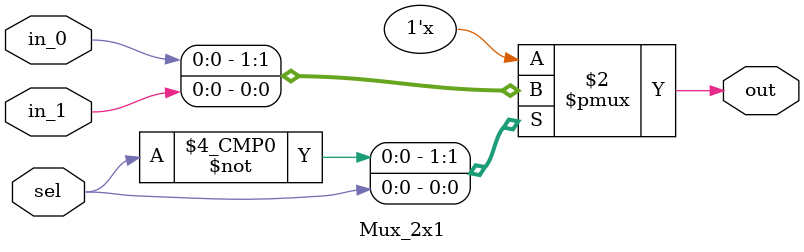
<source format=v>
module Mux_2x1
(
    input [0:0] sel,
    input in_0,
    input in_1,
    output reg out
);
    always @ (*) begin
        case (sel)
            1'h0: out = in_0;
            1'h1: out = in_1;
            default:
                out = 'h0;
        endcase
    end
endmodule

</source>
